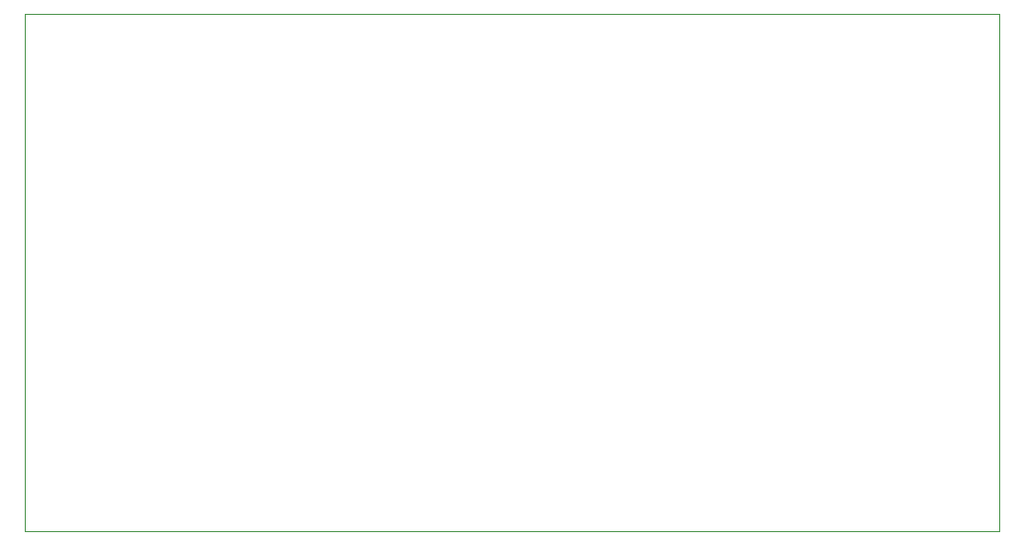
<source format=gbr>
%TF.GenerationSoftware,KiCad,Pcbnew,(6.0.8)*%
%TF.CreationDate,2022-12-08T15:19:17+02:00*%
%TF.ProjectId,Power Distribution,506f7765-7220-4446-9973-747269627574,V0*%
%TF.SameCoordinates,Original*%
%TF.FileFunction,Profile,NP*%
%FSLAX46Y46*%
G04 Gerber Fmt 4.6, Leading zero omitted, Abs format (unit mm)*
G04 Created by KiCad (PCBNEW (6.0.8)) date 2022-12-08 15:19:17*
%MOMM*%
%LPD*%
G01*
G04 APERTURE LIST*
%TA.AperFunction,Profile*%
%ADD10C,0.100000*%
%TD*%
G04 APERTURE END LIST*
D10*
X184534799Y-117484000D02*
X267784799Y-117484000D01*
X267784799Y-117484000D02*
X267784799Y-161734000D01*
X267784799Y-161734000D02*
X184534799Y-161734000D01*
X184534799Y-161734000D02*
X184534799Y-117484000D01*
M02*

</source>
